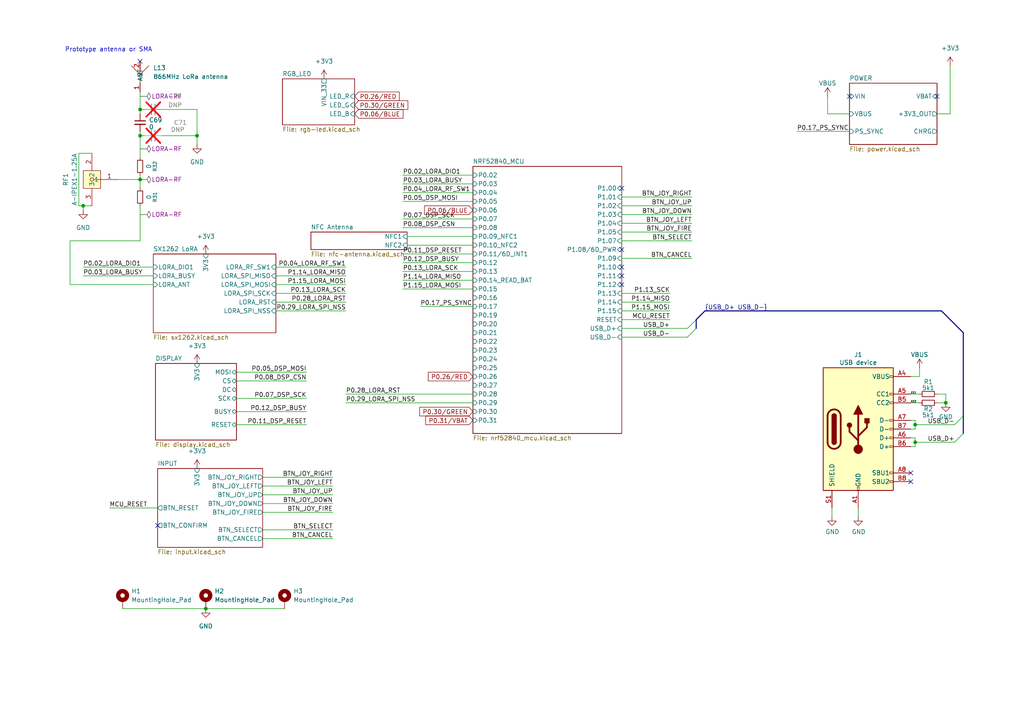
<source format=kicad_sch>
(kicad_sch (version 20250114) (generator "eeschema") (generator_version "9.0")
  (paper "A4")
  (title_block (title "Bornhack 2026") (rev "0.1") (company "Badge.Team"))
  (lib_symbols
    (symbol "Device:C_Small" (pin_numbers (hide yes)) (pin_names (offset 0.254) (hide yes))
      (property "Reference" "C" (at 0.254 1.778 0))
      (property "Value" "C_Small" (at 0.254 -2.032 0))
      (symbol "C_Small_0_1"
        (polyline (pts (xy -1.524 0.508) (xy 1.524 0.508)) (stroke (width 0.3048)))
        (polyline (pts (xy -1.524 -0.508) (xy 1.524 -0.508)) (stroke (width 0.3302)))
      )
      (symbol "C_Small_1_1"
        (pin passive line (at 0 2.54 270) (length 2.032) (name "~") (number "1"))
        (pin passive line (at 0 -2.54 90) (length 2.032) (name "~") (number "2"))
      )
    )
    (symbol "Device:R_Small" (pin_numbers (hide yes)) (pin_names (offset 0.254) (hide yes))
      (property "Reference" "R" (at 0 0 90))
      (property "Value" "R_Small" (at 1.778 0 90))
      (symbol "R_Small_0_1"
        (rectangle (start -0.762 1.778) (end 0.762 -1.778) (stroke (width 0.2032)))
      )
      (symbol "R_Small_1_1"
        (pin passive line (at 0 2.54 270) (length 0.762) (name "~") (number "1"))
        (pin passive line (at 0 -2.54 90) (length 0.762) (name "~") (number "2"))
      )
    )
    (symbol "Mechanical:MountingHole_Pad" (pin_numbers (hide yes)) (pin_names (offset 1.016) (hide yes)) (in_bom no)
      (property "Reference" "H" (at 0 6.35 0))
      (property "Value" "MountingHole_Pad" (at 0 4.445 0))
      (symbol "MountingHole_Pad_0_1"
        (circle (center 0 1.27) (radius 1.27) (stroke (width 1.27)))
      )
      (symbol "MountingHole_Pad_1_1"
        (pin input line (at 0 -2.54 90) (length 2.54) (name "1") (number "1"))
      )
    )
    (symbol "lcsc:400-1000MHZ-CHIP(B&T-1503)"
      (property "Reference" "L" (at 0 8.89 0))
      (property "Value" "400-1000MHZ-CHIP(B&T-1503)" (at 0 -10.16 0))
      (symbol "400-1000MHZ-CHIP(B&T-1503)_0_1"
        (polyline (pts (xy 0 0) (xy -2.54 2.54)))
        (polyline (pts (xy 0 0) (xy 0 3.81)))
        (polyline (pts (xy 0 0) (xy 0 -2.54)))
        (polyline (pts (xy 2.54 2.54) (xy 0 0)))
        (pin unspecified line (at 0 3.81 270) (length 2.54) (name "2") (number "2"))
        (pin unspecified line (at 0 -5.08 90) (length 2.54) (name "ANT") (number "1"))
      )
    )
    (symbol "lcsc:A-IPEX1-1.25A"
      (property "Reference" "RF" (at 0 10.16 0))
      (property "Value" "A-IPEX1-1.25A" (at 0 -7.62 0))
      (symbol "A-IPEX1-1.25A_0_1"
        (rectangle (start -2.54 0) (end 2.54 -5.08) (fill (type background)))
        (polyline (pts (xy 0 -2.03) (xy 0 0)))
        (circle (center 0 -2.54) (radius 0.51))
        (pin unspecified line (at -7.62 -2.54 0) (length 5.08) (name "2") (number "2"))
        (pin unspecified line (at 0 5.08 270) (length 5.08) (name "1") (number "1"))
        (pin unspecified line (at 7.62 -2.54 180) (length 5.08) (name "3") (number "3"))
      )
    )
    (symbol "mch2021-rescue:GND-power" (power) (pin_names (offset 0))
      (property "Value" "GND-power" (at 0 -3.81 0))
      (symbol "GND-power_0_1"
        (polyline (pts (xy 0 0) (xy 0 -1.27) (xy 1.27 -1.27) (xy 0 -2.54) (xy -1.27 -1.27) (xy 0 -1.27)))
      )
      (symbol "GND-power_1_1"
        (pin power_in line (at 0 0 270) (length 0) (hide yes) (name "GND") (number "1"))
      )
    )
    (symbol "mch2021-rescue:R_Small-Device" (pin_numbers (hide yes)) (pin_names (offset 0.254) (hide yes))
      (property "Reference" "R" (at 0.762 0.508 0))
      (property "Value" "R_Small-Device" (at 0.762 -1.016 0))
      (symbol "R_Small-Device_0_1"
        (rectangle (start -0.762 1.778) (end 0.762 -1.778) (stroke (width 0.2032)))
      )
      (symbol "R_Small-Device_1_1"
        (pin passive line (at 0 2.54 270) (length 0.762) (name "~") (number "1"))
        (pin passive line (at 0 -2.54 90) (length 0.762) (name "~") (number "2"))
      )
    )
    (symbol "mch2021-rescue:USB_C_Receptacle_USB2.0-Connector" (pin_names (offset 1.016))
      (property "Reference" "J" (at -10.16 19.05 0))
      (property "Value" "USB_C_Receptacle_USB2.0-Connector" (at 19.05 19.05 0))
      (symbol "USB_C_Receptacle_USB2.0-Connector_0_0"
        (rectangle (start -0.254 -17.78) (end 0.254 -16.764))
        (rectangle (start 10.16 15.494) (end 9.144 14.986))
        (rectangle (start 10.16 10.414) (end 9.144 9.906))
        (rectangle (start 10.16 7.874) (end 9.144 7.366))
        (rectangle (start 10.16 2.794) (end 9.144 2.286))
        (rectangle (start 10.16 0.254) (end 9.144 -0.254))
        (rectangle (start 10.16 -2.286) (end 9.144 -2.794))
        (rectangle (start 10.16 -4.826) (end 9.144 -5.334))
        (rectangle (start 10.16 -12.446) (end 9.144 -12.954))
        (rectangle (start 10.16 -14.986) (end 9.144 -15.494))
      )
      (symbol "USB_C_Receptacle_USB2.0-Connector_0_1"
        (rectangle (start -10.16 17.78) (end 10.16 -17.78) (stroke (width 0.254)) (fill (type background)))
        (polyline (pts (xy -8.89 -3.81) (xy -8.89 3.81)) (stroke (width 0.508)))
        (rectangle (start -7.62 -3.81) (end -6.35 3.81) (stroke (width 0.254)) (fill (type outline)))
        (arc (start -7.62 3.81) (mid -6.985 4.4422) (end -6.35 3.81) (stroke (width 0.254)))
        (arc (start -7.62 3.81) (mid -6.985 4.4422) (end -6.35 3.81) (stroke (width 0.254)) (fill (type outline)))
        (arc (start -8.89 3.81) (mid -6.985 5.7066) (end -5.08 3.81) (stroke (width 0.508)))
        (arc (start -5.08 -3.81) (mid -6.985 -5.7066) (end -8.89 -3.81) (stroke (width 0.508)))
        (arc (start -6.35 -3.81) (mid -6.985 -4.4422) (end -7.62 -3.81) (stroke (width 0.254)))
        (arc (start -6.35 -3.81) (mid -6.985 -4.4422) (end -7.62 -3.81) (stroke (width 0.254)) (fill (type outline)))
        (polyline (pts (xy -5.08 3.81) (xy -5.08 -3.81)) (stroke (width 0.508)))
        (circle (center -2.54 1.143) (radius 0.635) (stroke (width 0.254)) (fill (type outline)))
        (polyline (pts (xy -1.27 4.318) (xy 0 6.858) (xy 1.27 4.318) (xy -1.27 4.318)) (stroke (width 0.254)) (fill (type outline)))
        (polyline (pts (xy 0 -2.032) (xy 2.54 0.508) (xy 2.54 1.778)) (stroke (width 0.508)))
        (polyline (pts (xy 0 -3.302) (xy -2.54 -0.762) (xy -2.54 0.508)) (stroke (width 0.508)))
        (polyline (pts (xy 0 -5.842) (xy 0 4.318)) (stroke (width 0.508)))
        (circle (center 0 -5.842) (radius 1.27) (fill (type outline)))
        (rectangle (start 1.905 1.778) (end 3.175 3.048) (stroke (width 0.254)) (fill (type outline)))
      )
      (symbol "USB_C_Receptacle_USB2.0-Connector_1_1"
        (pin passive line (at -7.62 -22.86 90) (length 5.08) (name "SHIELD") (number "S1"))
        (pin power_in line (at 0 -22.86 90) (length 5.08) (name "GND") (number "A1"))
        (pin passive line (at 0 -22.86 90) (length 5.08) (hide yes) (name "GND") (number "A12"))
        (pin passive line (at 0 -22.86 90) (length 5.08) (hide yes) (name "GND") (number "B1"))
        (pin passive line (at 0 -22.86 90) (length 5.08) (hide yes) (name "GND") (number "B12"))
        (pin power_in line (at 15.24 15.24 180) (length 5.08) (name "VBUS") (number "A4"))
        (pin passive line (at 15.24 15.24 180) (length 5.08) (hide yes) (name "VBUS") (number "A9"))
        (pin passive line (at 15.24 15.24 180) (length 5.08) (hide yes) (name "VBUS") (number "B4"))
        (pin passive line (at 15.24 15.24 180) (length 5.08) (hide yes) (name "VBUS") (number "B9"))
        (pin bidirectional line (at 15.24 10.16 180) (length 5.08) (name "CC1") (number "A5"))
        (pin bidirectional line (at 15.24 7.62 180) (length 5.08) (name "CC2") (number "B5"))
        (pin bidirectional line (at 15.24 2.54 180) (length 5.08) (name "D-") (number "A7"))
        (pin bidirectional line (at 15.24 0 180) (length 5.08) (name "D-") (number "B7"))
        (pin bidirectional line (at 15.24 -2.54 180) (length 5.08) (name "D+") (number "A6"))
        (pin bidirectional line (at 15.24 -5.08 180) (length 5.08) (name "D+") (number "B6"))
        (pin bidirectional line (at 15.24 -12.7 180) (length 5.08) (name "SBU1") (number "A8"))
        (pin bidirectional line (at 15.24 -15.24 180) (length 5.08) (name "SBU2") (number "B8"))
      )
    )
    (symbol "power:+3V3" (power) (pin_numbers (hide yes)) (pin_names (offset 0) (hide yes))
      (property "Value" "+3V3" (at 0 3.556 0))
      (symbol "+3V3_0_1"
        (polyline (pts (xy -0.762 1.27) (xy 0 2.54)))
        (polyline (pts (xy 0 2.54) (xy 0.762 1.27)))
        (polyline (pts (xy 0 0) (xy 0 2.54)))
      )
      (symbol "+3V3_1_1"
        (pin power_in line (at 0 0 90) (length 0) (name "~") (number "1"))
      )
    )
    (symbol "power:GND" (power) (pin_numbers (hide yes)) (pin_names (offset 0) (hide yes))
      (property "Value" "GND" (at 0 -3.81 0))
      (symbol "GND_0_1"
        (polyline (pts (xy 0 0) (xy 0 -1.27) (xy 1.27 -1.27) (xy 0 -2.54) (xy -1.27 -1.27) (xy 0 -1.27)))
      )
      (symbol "GND_1_1"
        (pin power_in line (at 0 0 270) (length 0) (name "~") (number "1"))
      )
    )
    (symbol "power:VBUS" (power) (pin_numbers (hide yes)) (pin_names (offset 0) (hide yes))
      (property "Value" "VBUS" (at 0 3.556 0))
      (symbol "VBUS_0_1"
        (polyline (pts (xy -0.762 1.27) (xy 0 2.54)))
        (polyline (pts (xy 0 2.54) (xy 0.762 1.27)))
        (polyline (pts (xy 0 0) (xy 0 2.54)))
      )
      (symbol "VBUS_1_1"
        (pin power_in line (at 0 0 90) (length 0) (name "~") (number "1"))
      )
    )
  )
  (text "Prototype antenna or SMA" (at 31.496 14.478 0) (effects (font (size 1.27 1.27))))
  (junction (at 274.32 116.84))
  (junction (at 40.64 52.07))
  (junction (at 265.43 128.27))
  (junction (at 59.69 176.53))
  (junction (at 24.13 59.69))
  (junction (at 57.15 39.37))
  (junction (at 40.64 31.75))
  (junction (at 40.64 39.37))
  (junction (at 265.43 123.19))
  (no_connect (at 264.16 137.16))
  (no_connect (at 180.34 54.61))
  (no_connect (at 180.34 82.55))
  (no_connect (at 264.16 139.7))
  (no_connect (at 246.38 27.94))
  (no_connect (at 45.72 152.4))
  (no_connect (at 180.34 80.01))
  (no_connect (at 271.78 27.94))
  (no_connect (at 180.34 77.47))
  (no_connect (at 180.34 72.39))
  (no_connect (at 40.64 17.78))
  (bus_entry (at 201.93 92.71) (size -2.54 2.54))
  (bus_entry (at 201.93 95.25) (size -2.54 2.54))
  (bus_entry (at 279.4 125.73) (size -2.54 2.54))
  (bus_entry (at 279.4 120.65) (size -2.54 2.54))
  (wire (pts (xy 116.84 50.8) (xy 137.16 50.8)))
  (bus (pts (xy 201.93 92.71) (xy 204.47 90.17)))
  (bus (pts (xy 273.05 90.17) (xy 204.47 90.17)))
  (wire (pts (xy 265.43 123.19) (xy 265.43 124.46)))
  (bus (pts (xy 201.93 92.71) (xy 201.93 95.25)))
  (wire (pts (xy 45.72 147.32) (xy 31.75 147.32)))
  (wire (pts (xy 275.59 19.05) (xy 275.59 33.02)))
  (wire (pts (xy 40.64 31.75) (xy 40.64 33.02)))
  (wire (pts (xy 57.15 31.75) (xy 57.15 39.37)))
  (wire (pts (xy 180.34 92.71) (xy 194.31 92.71)))
  (wire (pts (xy 241.3 147.32) (xy 241.3 149.86)))
  (wire (pts (xy 274.32 114.3) (xy 274.32 116.84)))
  (wire (pts (xy 264.16 124.46) (xy 265.43 124.46)))
  (wire (pts (xy 200.66 59.69) (xy 180.34 59.69)))
  (wire (pts (xy 100.33 85.09) (xy 80.01 85.09)))
  (wire (pts (xy 100.33 82.55) (xy 80.01 82.55)))
  (wire (pts (xy 265.43 128.27) (xy 276.86 128.27)))
  (wire (pts (xy 40.64 39.37) (xy 41.91 39.37)))
  (wire (pts (xy 46.99 39.37) (xy 57.15 39.37)))
  (wire (pts (xy 137.16 88.9) (xy 121.92 88.9)))
  (wire (pts (xy 116.84 73.66) (xy 137.16 73.66)))
  (wire (pts (xy 265.43 129.54) (xy 264.16 129.54)))
  (wire (pts (xy 248.92 147.32) (xy 248.92 149.86)))
  (wire (pts (xy 116.84 81.28) (xy 137.16 81.28)))
  (wire (pts (xy 40.64 38.1) (xy 40.64 39.37)))
  (wire (pts (xy 264.16 121.92) (xy 265.43 121.92)))
  (wire (pts (xy 264.16 116.84) (xy 266.7 116.84)))
  (bus (pts (xy 279.4 120.65) (xy 279.4 96.52)))
  (wire (pts (xy 100.33 116.84) (xy 137.16 116.84)))
  (wire (pts (xy 20.32 69.85) (xy 20.32 82.55)))
  (wire (pts (xy 118.11 71.12) (xy 137.16 71.12)))
  (wire (pts (xy 96.52 143.51) (xy 76.2 143.51)))
  (wire (pts (xy 246.38 38.1) (xy 231.14 38.1)))
  (wire (pts (xy 80.01 90.17) (xy 100.33 90.17)))
  (wire (pts (xy 274.32 114.3) (xy 271.78 114.3)))
  (wire (pts (xy 22.86 59.69) (xy 22.86 44.45)))
  (wire (pts (xy 24.13 77.47) (xy 44.45 77.47)))
  (wire (pts (xy 200.66 64.77) (xy 180.34 64.77)))
  (wire (pts (xy 116.84 78.74) (xy 137.16 78.74)))
  (wire (pts (xy 22.86 59.69) (xy 24.13 59.69)))
  (wire (pts (xy 271.78 116.84) (xy 274.32 116.84)))
  (wire (pts (xy 35.56 176.53) (xy 59.69 176.53)))
  (wire (pts (xy 265.43 123.19) (xy 276.86 123.19)))
  (wire (pts (xy 26.67 59.69) (xy 24.13 59.69)))
  (wire (pts (xy 88.9 107.95) (xy 68.58 107.95)))
  (wire (pts (xy 200.66 69.85) (xy 180.34 69.85)))
  (wire (pts (xy 96.52 148.59) (xy 76.2 148.59)))
  (wire (pts (xy 180.34 90.17) (xy 194.31 90.17)))
  (wire (pts (xy 22.86 44.45) (xy 26.67 44.45)))
  (wire (pts (xy 24.13 80.01) (xy 44.45 80.01)))
  (wire (pts (xy 40.64 39.37) (xy 40.64 45.72)))
  (wire (pts (xy 88.9 115.57) (xy 68.58 115.57)))
  (wire (pts (xy 271.78 33.02) (xy 275.59 33.02)))
  (wire (pts (xy 180.34 85.09) (xy 194.31 85.09)))
  (wire (pts (xy 88.9 123.19) (xy 68.58 123.19)))
  (wire (pts (xy 40.64 50.8) (xy 40.64 52.07)))
  (bus (pts (xy 273.05 90.17) (xy 279.4 96.52)))
  (wire (pts (xy 116.84 55.88) (xy 137.16 55.88)))
  (wire (pts (xy 116.84 63.5) (xy 137.16 63.5)))
  (wire (pts (xy 24.13 59.69) (xy 24.13 60.96)))
  (wire (pts (xy 116.84 53.34) (xy 137.16 53.34)))
  (wire (pts (xy 20.32 69.85) (xy 40.64 69.85)))
  (wire (pts (xy 265.43 121.92) (xy 265.43 123.19)))
  (wire (pts (xy 264.16 109.22) (xy 266.7 109.22)))
  (wire (pts (xy 100.33 114.3) (xy 137.16 114.3)))
  (wire (pts (xy 264.16 127) (xy 265.43 127)))
  (wire (pts (xy 100.33 77.47) (xy 80.01 77.47)))
  (wire (pts (xy 96.52 153.67) (xy 76.2 153.67)))
  (wire (pts (xy 264.16 114.3) (xy 266.7 114.3)))
  (wire (pts (xy 116.84 66.04) (xy 137.16 66.04)))
  (wire (pts (xy 96.52 138.43) (xy 76.2 138.43)))
  (wire (pts (xy 240.03 27.94) (xy 240.03 33.02)))
  (wire (pts (xy 200.66 62.23) (xy 180.34 62.23)))
  (wire (pts (xy 46.99 31.75) (xy 57.15 31.75)))
  (wire (pts (xy 116.84 76.2) (xy 137.16 76.2)))
  (wire (pts (xy 59.69 176.53) (xy 82.55 176.53)))
  (wire (pts (xy 240.03 33.02) (xy 246.38 33.02)))
  (wire (pts (xy 180.34 95.25) (xy 199.39 95.25)))
  (wire (pts (xy 265.43 127) (xy 265.43 128.27)))
  (wire (pts (xy 88.9 110.49) (xy 68.58 110.49)))
  (wire (pts (xy 34.29 52.07) (xy 40.64 52.07)))
  (wire (pts (xy 57.15 41.91) (xy 57.15 39.37)))
  (wire (pts (xy 266.7 109.22) (xy 266.7 106.68)))
  (bus (pts (xy 279.4 125.73) (xy 279.4 120.65)))
  (wire (pts (xy 40.64 31.75) (xy 41.91 31.75)))
  (wire (pts (xy 96.52 156.21) (xy 76.2 156.21)))
  (wire (pts (xy 100.33 80.01) (xy 80.01 80.01)))
  (wire (pts (xy 96.52 146.05) (xy 76.2 146.05)))
  (wire (pts (xy 20.32 82.55) (xy 44.45 82.55)))
  (wire (pts (xy 180.34 97.79) (xy 199.39 97.79)))
  (wire (pts (xy 40.64 59.69) (xy 40.64 69.85)))
  (wire (pts (xy 116.84 83.82) (xy 137.16 83.82)))
  (wire (pts (xy 40.64 26.67) (xy 40.64 31.75)))
  (wire (pts (xy 265.43 128.27) (xy 265.43 129.54)))
  (wire (pts (xy 40.64 52.07) (xy 40.64 54.61)))
  (wire (pts (xy 200.66 67.31) (xy 180.34 67.31)))
  (wire (pts (xy 116.84 58.42) (xy 137.16 58.42)))
  (wire (pts (xy 180.34 87.63) (xy 194.31 87.63)))
  (wire (pts (xy 118.11 68.58) (xy 137.16 68.58)))
  (wire (pts (xy 200.66 57.15) (xy 180.34 57.15)))
  (wire (pts (xy 96.52 140.97) (xy 76.2 140.97)))
  (wire (pts (xy 88.9 119.38) (xy 68.58 119.38)))
  (wire (pts (xy 80.01 87.63) (xy 100.33 87.63)))
  (wire (pts (xy 200.66 74.93) (xy 180.34 74.93)))
  (label "P1.14_MISO" (at 194.31 87.63 180))
  (label "BTN_JOY_RIGHT" (at 200.66 57.15 180))
  (label "P0.03_LORA_BUSY" (at 116.84 53.34 0))
  (label "MCU_RESET" (at 31.75 147.32 0))
  (label "P0.04_LORA_RF_SW1" (at 116.84 55.88 0))
  (label "BTN_CANCEL" (at 96.52 156.21 180))
  (label "USB_D-" (at 194.31 97.79 180))
  (label "MCU_RESET" (at 194.31 92.71 180))
  (label "P0.13_LORA_SCK" (at 100.33 85.09 180))
  (label "P0.03_LORA_BUSY" (at 24.13 80.01 0))
  (label "P0.02_LORA_DIO1" (at 116.84 50.8 0))
  (label "BTN_SELECT" (at 200.66 69.85 180))
  (label "BTN_JOY_DOWN" (at 96.52 146.05 180))
  (label "P0.07_DSP_SCK" (at 88.9 115.57 180))
  (label "P0.12_DSP_BUSY" (at 116.84 76.2 0))
  (label "P0.28_LORA_RST" (at 100.33 87.63 180))
  (label "P1.15_MOSI" (at 194.31 90.17 180))
  (label "P0.11_DSP_RESET" (at 116.84 73.66 0))
  (label "BTN_JOY_DOWN" (at 200.66 62.23 180))
  (label "P0.29_LORA_SPI_NSS" (at 100.33 116.84 0))
  (label "P0.17_PS_SYNC" (at 121.92 88.9 0))
  (label "P1.15_LORA_MOSI" (at 100.33 82.55 180))
  (label "BTN_JOY_LEFT" (at 96.52 140.97 180))
  (label "BTN_JOY_LEFT" (at 200.66 64.77 180))
  (label "P0.08_DSP_CSN" (at 116.84 66.04 0))
  (label "P0.02_LORA_DIO1" (at 24.13 77.47 0))
  (label "{USB_D+ USB_D-}" (at 204.47 90.17 0))
  (label "P1.14_LORA_MISO" (at 116.84 81.28 0))
  (label "P0.05_DSP_MOSI" (at 116.84 58.42 0))
  (label "USB_D+" (at 194.31 95.25 180))
  (label "BTN_JOY_UP" (at 200.66 59.69 180))
  (label "USB_D+" (at 276.86 128.27 180))
  (label "BTN_JOY_FIRE" (at 96.52 148.59 180))
  (label "P0.12_DSP_BUSY" (at 88.9 119.38 180))
  (label "P0.04_LORA_RF_SW1" (at 100.33 77.47 180))
  (label "BTN_SELECT" (at 96.52 153.67 180))
  (label "P0.11_DSP_RESET" (at 88.9 123.19 180))
  (label "BTN_JOY_FIRE" (at 200.66 67.31 180))
  (label "P0.05_DSP_MOSI" (at 88.9 107.95 180))
  (label "BTN_JOY_RIGHT" (at 96.52 138.43 180))
  (label "P1.13_SCK" (at 194.31 85.09 180))
  (label "CC2" (at 264.16 116.84 0) (effects (font (size 0.508 0.508))))
  (label "P1.14_LORA_MISO" (at 100.33 80.01 180))
  (label "P0.28_LORA_RST" (at 100.33 114.3 0))
  (label "BTN_JOY_UP" (at 96.52 143.51 180))
  (label "P0.08_DSP_CSN" (at 88.9 110.49 180))
  (label "BTN_CANCEL" (at 200.66 74.93 180))
  (label "P0.17_PS_SYNC" (at 231.14 38.1 0))
  (label "P0.29_LORA_SPI_NSS" (at 100.33 90.17 180))
  (label "P0.07_DSP_SCK" (at 116.84 63.5 0))
  (label "CC1" (at 264.16 114.3 0) (effects (font (size 0.508 0.508))))
  (label "USB_D-" (at 276.86 123.19 180))
  (label "P1.15_LORA_MOSI" (at 116.84 83.82 0))
  (label "P0.13_LORA_SCK" (at 116.84 78.74 0))
  (global_label "P0.06{slash}BLUE" (shape input) (at 102.87 33.02 0) (property "Intersheetrefs" "${INTERSHEET_REFS}" (effects (hide yes))))
  (global_label "P0.26{slash}RED" (shape input) (at 137.16 109.22 180) (property "Intersheetrefs" "${INTERSHEET_REFS}" (effects (hide yes))))
  (global_label "P0.26{slash}RED" (shape input) (at 102.87 27.94 0) (property "Intersheetrefs" "${INTERSHEET_REFS}" (effects (hide yes))))
  (global_label "P0.30{slash}GREEN" (shape input) (at 137.16 119.38 180) (property "Intersheetrefs" "${INTERSHEET_REFS}" (effects (hide yes))))
  (global_label "P0.31{slash}VBAT" (shape input) (at 137.16 121.92 180) (property "Intersheetrefs" "${INTERSHEET_REFS}" (effects (hide yes))))
  (global_label "P0.06{slash}BLUE" (shape input) (at 137.16 60.96 180) (property "Intersheetrefs" "${INTERSHEET_REFS}" (effects (hide yes))))
  (global_label "P0.30{slash}GREEN" (shape input) (at 102.87 30.48 0) (property "Intersheetrefs" "${INTERSHEET_REFS}" (effects (hide yes))))
  (netclass_flag "" (length 2.54) (shape diamond) (at 40.64 52.07 270) (property "Netclass" "LORA-RF" (at 43.942 52.07 0) (effects (justify left))))
  (netclass_flag "" (length 2.54) (shape diamond) (at 40.64 43.18 270) (property "Netclass" "LORA-RF" (at 43.942 43.18 0) (effects (justify left))))
  (netclass_flag "" (length 2.54) (shape diamond) (at 40.64 62.23 270) (property "Netclass" "LORA-RF" (at 43.942 62.23 0) (effects (justify left))))
  (netclass_flag "" (length 2.54) (shape diamond) (at 40.64 27.94 270) (property "Netclass" "LORA-RF" (at 43.942 27.94 0) (effects (justify left))))
  (symbol (lib_id "Device:C_Small") (at 40.64 35.56 0) (unit 1)
    (property "Reference" "C69" (at 43.18 34.798 0) (effects (justify left)))
    (property "Value" "0" (at 43.18 36.8362 0) (effects (justify left)))
    (property "Footprint" "Capacitor_SMD:C_0402_1005Metric" (effects (hide yes)))
    (property "Datasheet" "https://jlcpcb.com/partdetail/17853-0402WGF0000TCE/C17168" (effects (hide yes)))
    (property "Description" "0 Ohm resistor, change for tuning circuit" (effects (hide yes)))
    (property "LCSC" "C17168" (effects (hide yes)))
  )
  (symbol (lib_id "mch2021-rescue:R_Small-Device") (at 269.24 114.3 270) (unit 1)
    (property "Reference" "R1" (at 269.24 110.744 90))
    (property "Value" "5k1" (at 269.24 112.522 90))
    (property "Footprint" "Resistor_SMD:R_0402_1005Metric" (effects (hide yes)))
    (property "Datasheet" "https://jlcpcb.com/partdetail/26648-0402WGF5101TCE/C25905" (effects (hide yes)))
    (property "LCSC" "C25905" (effects (hide yes)))
  )
  (symbol (lib_id "power:+3V3") (at 59.69 73.66 0) (unit 1)
    (property "Reference" "#PWR066" (effects (hide yes)))
    (property "Value" "+3V3" (at 59.69 68.58 0))
    (property "Description" "Power symbol creates a global label with name \"+3V3\"" (effects (hide yes)))
  )
  (symbol (lib_id "Device:C_Small") (at 44.45 31.75 90) (unit 1) (in_bom no) (dnp yes)
    (property "Reference" "C70" (at 50.8 27.94 90))
    (property "Value" "DNP" (at 50.8 30.48 90))
    (property "Footprint" "Capacitor_SMD:C_0402_1005Metric" (effects (hide yes)))
  )
  (symbol (lib_id "Mechanical:MountingHole_Pad") (at 35.56 173.99 0) (unit 1) (in_bom no)
    (property "Reference" "H1" (at 38.1 171.4499 0) (effects (justify left)))
    (property "Value" "MountingHole_Pad" (at 38.1 173.9899 0) (effects (justify left)))
    (property "Footprint" "MountingHole:MountingHole_2.2mm_M2_DIN965_Pad" (effects (hide yes)))
    (property "Description" "Mounting Hole with connection" (effects (hide yes)))
  )
  (symbol (lib_id "Mechanical:MountingHole_Pad") (at 82.55 173.99 0) (unit 1) (in_bom no)
    (property "Reference" "H3" (at 85.09 171.4499 0) (effects (justify left)))
    (property "Value" "MountingHole_Pad" (at 85.09 173.9899 0) (effects (justify left)))
    (property "Footprint" "MountingHole:MountingHole_2.2mm_M2_DIN965_Pad" (effects (hide yes)))
    (property "Description" "Mounting Hole with connection" (effects (hide yes)))
  )
  (symbol (lib_id "mch2021-rescue:GND-power") (at 248.92 149.86 0) (unit 1)
    (property "Reference" "#PWR05" (effects (hide yes)))
    (property "Value" "GND" (at 249.047 154.2542 0))
  )
  (symbol (lib_id "power:VBUS") (at 240.03 27.94 0) (unit 1)
    (property "Reference" "#PWR081" (effects (hide yes)))
    (property "Value" "VBUS" (at 240.03 24.13 0))
    (property "Description" "Power symbol creates a global label with name \"VBUS\"" (effects (hide yes)))
  )
  (symbol (lib_id "Mechanical:MountingHole_Pad") (at 59.69 173.99 0) (unit 1) (in_bom no)
    (property "Reference" "H2" (at 62.23 171.4499 0) (effects (justify left)))
    (property "Value" "MountingHole_Pad" (at 62.23 173.9899 0) (effects (justify left)))
    (property "Footprint" "MountingHole:MountingHole_2.2mm_M2_DIN965_Pad" (effects (hide yes)))
    (property "Description" "Mounting Hole with connection" (effects (hide yes)))
  )
  (symbol (lib_id "mch2021-rescue:GND-power") (at 274.32 116.84 0) (unit 1)
    (property "Reference" "#PWR07" (effects (hide yes)))
    (property "Value" "GND" (at 274.32 120.904 0))
  )
  (symbol (lib_id "mch2021-rescue:GND-power") (at 241.3 149.86 0) (unit 1)
    (property "Reference" "#PWR04" (effects (hide yes)))
    (property "Value" "GND" (at 241.427 154.2542 0))
  )
  (symbol (lib_id "power:GND") (at 24.13 60.96 0) (unit 1)
    (property "Reference" "#PWR087" (effects (hide yes)))
    (property "Value" "GND" (at 24.13 66.04 0))
    (property "Description" "Power symbol creates a global label with name \"GND\" , ground" (effects (hide yes)))
  )
  (symbol (lib_id "power:+3V3") (at 93.98 22.86 0) (unit 1)
    (property "Reference" "#PWR01" (effects (hide yes)))
    (property "Value" "+3V3" (at 93.98 17.78 0))
    (property "Description" "Power symbol creates a global label with name \"+3V3\"" (effects (hide yes)))
  )
  (symbol (lib_id "power:+3V3") (at 57.15 105.41 0) (unit 1)
    (property "Reference" "#PWR065" (effects (hide yes)))
    (property "Value" "+3V3" (at 57.15 100.33 0))
    (property "Description" "Power symbol creates a global label with name \"+3V3\"" (effects (hide yes)))
  )
  (symbol (lib_id "power:+3V3") (at 275.59 19.05 0) (unit 1)
    (property "Reference" "#PWR082" (effects (hide yes)))
    (property "Value" "+3V3" (at 275.59 13.97 0))
    (property "Description" "Power symbol creates a global label with name \"+3V3\"" (effects (hide yes)))
  )
  (symbol (lib_id "power:+3V3") (at 57.15 135.89 0) (unit 1)
    (property "Reference" "#PWR074" (effects (hide yes)))
    (property "Value" "+3V3" (at 57.15 130.81 0))
    (property "Description" "Power symbol creates a global label with name \"+3V3\"" (effects (hide yes)))
  )
  (symbol (lib_id "Device:R_Small") (at 40.64 57.15 0) (unit 1)
    (property "Reference" "R31" (at 44.958 57.15 90) (effects (font (size 1.016 1.016))))
    (property "Value" "0" (at 43.18 57.15 90))
    (property "Footprint" "Resistor_SMD:R_0402_1005Metric" (effects (hide yes)))
    (property "Datasheet" "https://jlcpcb.com/partdetail/17853-0402WGF0000TCE/C17168" (effects (hide yes)))
    (property "Description" "Resistor, small symbol" (effects (hide yes)))
    (property "LCSC" "C17168" (effects (hide yes)))
  )
  (symbol (lib_id "power:GND") (at 57.15 41.91 0) (unit 1)
    (property "Reference" "#PWR093" (effects (hide yes)))
    (property "Value" "GND" (at 57.15 46.99 0))
    (property "Description" "Power symbol creates a global label with name \"GND\" , ground" (effects (hide yes)))
  )
  (symbol (lib_id "Device:C_Small") (at 44.45 39.37 90) (unit 1) (in_bom no) (dnp yes)
    (property "Reference" "C71" (at 52.324 35.56 90))
    (property "Value" "DNP" (at 51.562 37.592 90))
    (property "Footprint" "Capacitor_SMD:C_0402_1005Metric" (effects (hide yes)))
    (property "Description" "Unpolarized capacitor, small symbol" (effects (hide yes)))
  )
  (symbol (lib_id "lcsc:A-IPEX1-1.25A") (at 29.21 52.07 270) (unit 1)
    (property "Reference" "RF1" (at 19.05 52.07 0))
    (property "Value" "A-IPEX1-1.25A" (at 21.59 52.07 0))
    (property "Footprint" "lcsc:IPEX-SMD_3P-L2.6-W2.6-LS3.0_RF1200001R" (effects (hide yes)))
    (property "Datasheet" "https://jlcpcb.com/partdetail/MyAntenna-A_IPEX1_125A/C22467595" (effects (hide yes)))
    (property "Description" "1 1.25mm 2mm 50Ω 6GHz Board Side IPEX Male Pin SMD Coaxial Connectors (RF) ROHS" (effects (hide yes)))
    (property "LCSC Part" "C22467595" (effects (hide yes)))
    (property "LCSC" "C22467595" (effects (hide yes)))
  )
  (symbol (lib_id "power:GND") (at 59.69 176.53 0) (unit 1)
    (property "Reference" "#PWR079" (effects (hide yes)))
    (property "Value" "GND" (at 59.69 181.61 0))
    (property "Description" "Power symbol creates a global label with name \"GND\" , ground" (effects (hide yes)))
  )
  (symbol (lib_id "Device:R_Small") (at 40.64 48.26 0) (unit 1)
    (property "Reference" "R32" (at 44.958 48.26 90) (effects (font (size 1.016 1.016))))
    (property "Value" "0" (at 43.18 48.26 90))
    (property "Footprint" "Resistor_SMD:R_0402_1005Metric" (effects (hide yes)))
    (property "Datasheet" "https://jlcpcb.com/partdetail/17853-0402WGF0000TCE/C17168" (effects (hide yes)))
    (property "Description" "Resistor, small symbol" (effects (hide yes)))
    (property "LCSC" "C17168" (effects (hide yes)))
  )
  (symbol (lib_id "mch2021-rescue:R_Small-Device") (at 269.24 116.84 270) (unit 1)
    (property "Reference" "R2" (at 269.24 118.618 90))
    (property "Value" "5k1" (at 269.24 120.396 90))
    (property "Footprint" "Resistor_SMD:R_0402_1005Metric" (effects (hide yes)))
    (property "Datasheet" "https://jlcpcb.com/partdetail/26648-0402WGF5101TCE/C25905" (effects (hide yes)))
    (property "LCSC" "C25905" (effects (hide yes)))
  )
  (symbol (lib_id "power:VBUS") (at 266.7 106.68 0) (unit 1)
    (property "Reference" "#PWR06" (effects (hide yes)))
    (property "Value" "VBUS" (at 266.7 102.87 0))
    (property "Description" "Power symbol creates a global label with name \"VBUS\"" (effects (hide yes)))
  )
  (symbol (lib_id "mch2021-rescue:USB_C_Receptacle_USB2.0-Connector") (at 248.92 124.46 0) (unit 1)
    (property "Reference" "J1" (at 248.92 102.87 0))
    (property "Value" "USB device" (at 248.92 105.156 0))
    (property "Footprint" "Connector_USB:USB_C_Receptacle_HRO_TYPE-C-31-M-12" (effects (hide yes)))
    (property "Datasheet" "https://jlcpcb.com/partdetail/Korean_HropartsElec-TYPE_C_31_M12/C165948" (effects (hide yes)))
    (property "Description" "TYPE-C-31-M-12" (effects (hide yes)))
    (property "LCSC" "C165948" (effects (hide yes)))
    (property "FT Position Offset" "0,1" (effects (hide yes)))
  )
  (symbol (lib_id "lcsc:400-1000MHZ-CHIP(B&T-1503)") (at 40.64 21.59 0) (unit 1)
    (property "Reference" "L13" (at 44.45 19.6849 0) (effects (justify left)))
    (property "Value" "866MHz LoRa antenna" (at 44.45 22.2249 0) (effects (justify left)))
    (property "Footprint" "lcsc:ANT-SMD_L15.0-W3.0" (effects (hide yes)))
    (property "Datasheet" "https://www.lcsc.com/product-detail/C41368044.html?s_z=n_C41368044" (effects (hide yes)))
    (property "Description" "400-1000MHZ-CHIP(B&T-1503)" (effects (hide yes)))
    (property "LCSC Part" "C41368044" (effects (hide yes)))
  )
  (sheet (at 45.72 135.89) (size 30.48 22.86) (stroke (width 0.1524))
    (property "Sheetname" "INPUT" (at 45.72 135.1784 0) (effects (justify left bottom)))
    (property "Sheetfile" "input.kicad_sch" (at 45.72 159.3346 0) (effects (justify left top)))
    (pin "BTN_RESET" output (at 45.72 147.32 180))
    (pin "3V3" input (at 57.15 135.89 90))
    (pin "BTN_CANCEL" output (at 76.2 156.21 0))
    (pin "BTN_CONFIRM" output (at 45.72 152.4 180))
    (pin "BTN_JOY_DOWN" output (at 76.2 146.05 0))
    (pin "BTN_JOY_FIRE" output (at 76.2 148.59 0))
    (pin "BTN_JOY_LEFT" output (at 76.2 140.97 0))
    (pin "BTN_JOY_RIGHT" output (at 76.2 138.43 0))
    (pin "BTN_JOY_UP" output (at 76.2 143.51 0))
    (pin "BTN_SELECT" output (at 76.2 153.67 0))
  )
  (sheet (at 246.38 24.13) (size 25.4 17.78) (stroke (width 0.1524))
    (property "Sheetname" "POWER" (at 246.38 23.4184 0) (effects (justify left bottom)))
    (property "Sheetfile" "power.kicad_sch" (at 246.38 42.4946 0) (effects (justify left top)))
    (pin "VBAT" input (at 271.78 27.94 0))
    (pin "VBUS" input (at 246.38 33.02 180))
    (pin "VIN" input (at 246.38 27.94 180))
    (pin "CHRG" output (at 271.78 38.1 0))
    (pin "PS_SYNC" input (at 246.38 38.1 180))
    (pin "+3V3_OUT" output (at 271.78 33.02 0))
  )
  (sheet (at 81.915 22.86) (size 20.955 13.335) (stroke (width 0.1524))
    (property "Sheetname" "RGB_LED" (at 81.915 22.1484 0) (effects (justify left bottom)))
    (property "Sheetfile" "rgb-led.kicad_sch" (at 81.915 36.7796 0) (effects (justify left top)))
    (pin "LED_B" input (at 102.87 33.02 0))
    (pin "LED_G" input (at 102.87 30.48 0))
    (pin "LED_R" input (at 102.87 27.94 0))
    (pin "VIN_33" passive (at 93.98 22.86 90))
  )
  (sheet (at 90.17 67.31) (size 27.94 5.08) (stroke (width 0.1524))
    (property "Sheetname" "NFC Antenna" (at 90.17 66.5984 0) (effects (justify left bottom)))
    (property "Sheetfile" "nfc-antenna.kicad_sch" (at 90.17 72.9746 0) (effects (justify left top)))
    (pin "NFC1" input (at 118.11 68.58 0))
    (pin "NFC2" input (at 118.11 71.12 0))
  )
  (sheet (at 45.085 105.41) (size 23.495 22.225) (stroke (width 0.1524))
    (property "Sheetname" "DISPLAY" (at 45.085 104.6984 0) (effects (justify left bottom)))
    (property "Sheetfile" "display.kicad_sch" (at 45.085 128.2196 0) (effects (justify left top)))
    (pin "BUSY" bidirectional (at 68.58 119.38 0))
    (pin "CS" bidirectional (at 68.58 110.49 0))
    (pin "DC" bidirectional (at 68.58 113.03 0))
    (pin "MOSI" bidirectional (at 68.58 107.95 0))
    (pin "RESET" bidirectional (at 68.58 123.19 0))
    (pin "SCK" bidirectional (at 68.58 115.57 0))
    (pin "3V3" input (at 57.15 105.41 90))
  )
  (sheet (at 137.16 48.26) (size 43.18 77.47) (exclude_from_sim yes) (stroke (width 0.1524))
    (property "Sheetname" "NRF52840_MCU" (at 137.16 47.5484 0) (effects (justify left bottom)))
    (property "Sheetfile" "nrf52840_mcu.kicad_sch" (at 137.16 126.3146 0) (effects (justify left top)))
    (pin "P0.02" input (at 137.16 50.8 180))
    (pin "P0.03" input (at 137.16 53.34 180))
    (pin "P0.04" input (at 137.16 55.88 180))
    (pin "P0.05" input (at 137.16 58.42 180))
    (pin "P0.06" input (at 137.16 60.96 180))
    (pin "P0.07" input (at 137.16 63.5 180))
    (pin "P0.08" input (at 137.16 66.04 180))
    (pin "P0.09_NFC1" input (at 137.16 68.58 180))
    (pin "P0.10_NFC2" input (at 137.16 71.12 180))
    (pin "P0.11{slash}6D_INT1" input (at 137.16 73.66 180))
    (pin "P0.12" input (at 137.16 76.2 180))
    (pin "P0.13" input (at 137.16 78.74 180))
    (pin "P0.14_READ_BAT" input (at 137.16 81.28 180))
    (pin "P0.15" input (at 137.16 83.82 180))
    (pin "P0.16" input (at 137.16 86.36 180))
    (pin "P0.17" input (at 137.16 88.9 180))
    (pin "P0.19" input (at 137.16 91.44 180))
    (pin "P0.20" input (at 137.16 93.98 180))
    (pin "P0.21" input (at 137.16 96.52 180))
    (pin "P0.22" input (at 137.16 99.06 180))
    (pin "P0.23" input (at 137.16 101.6 180))
    (pin "P0.24" input (at 137.16 104.14 180))
    (pin "P0.25" input (at 137.16 106.68 180))
    (pin "P0.26" input (at 137.16 109.22 180))
    (pin "P0.27" input (at 137.16 111.76 180))
    (pin "P0.28" input (at 137.16 114.3 180))
    (pin "P0.29" input (at 137.16 116.84 180))
    (pin "P0.31" input (at 137.16 121.92 180))
    (pin "P1.00" input (at 180.34 54.61 0))
    (pin "P1.01" input (at 180.34 57.15 0))
    (pin "P1.02" input (at 180.34 59.69 0))
    (pin "P1.03" input (at 180.34 62.23 0))
    (pin "P1.04" input (at 180.34 64.77 0))
    (pin "P1.05" input (at 180.34 67.31 0))
    (pin "P1.07" input (at 180.34 69.85 0))
    (pin "P1.08{slash}6D_PWR" input (at 180.34 72.39 0))
    (pin "P1.09" input (at 180.34 74.93 0))
    (pin "P1.10" input (at 180.34 77.47 0))
    (pin "P1.11" input (at 180.34 80.01 0))
    (pin "P1.12" input (at 180.34 82.55 0))
    (pin "P1.13" input (at 180.34 85.09 0))
    (pin "P1.14" input (at 180.34 87.63 0))
    (pin "P1.15" input (at 180.34 90.17 0))
    (pin "RESET" input (at 180.34 92.71 0))
    (pin "USB_D+" input (at 180.34 95.25 0))
    (pin "USB_D-" input (at 180.34 97.79 0))
    (pin "P0.30" input (at 137.16 119.38 180))
  )
  (sheet (at 44.45 73.66) (size 35.56 22.86) (stroke (width 0.1524))
    (property "Sheetname" "SX1262 LoRA" (at 44.45 72.9484 0) (effects (justify left bottom)))
    (property "Sheetfile" "sx1262.kicad_sch" (at 44.45 97.1046 0) (effects (justify left top)))
    (pin "3V3" input (at 59.69 73.66 90))
    (pin "LORA_RF_SW1" input (at 80.01 77.47 0))
    (pin "LORA_SPI_MISO" input (at 80.01 80.01 0))
    (pin "LORA_SPI_MOSI" input (at 80.01 82.55 0))
    (pin "LORA_SPI_SCK" input (at 80.01 85.09 0))
    (pin "LORA_RST" input (at 80.01 87.63 0))
    (pin "LORA_SPI_NSS" input (at 80.01 90.17 0))
    (pin "LORA_DIO1" input (at 44.45 77.47 180))
    (pin "LORA_BUSY" input (at 44.45 80.01 180))
    (pin "LORA_ANT" input (at 44.45 82.55 180))
  )
)
</source>
